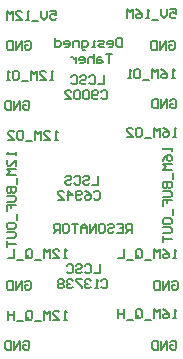
<source format=gbo>
G04*
G04 #@! TF.GenerationSoftware,Altium Limited,Altium Designer,22.9.1 (49)*
G04*
G04 Layer_Color=32896*
%FSLAX44Y44*%
%MOMM*%
G71*
G04*
G04 #@! TF.SameCoordinates,E5F82799-094A-4641-A06E-9C292172CD6F*
G04*
G04*
G04 #@! TF.FilePolarity,Positive*
G04*
G01*
G75*
%ADD13C,0.1524*%
%ADD14C,0.1270*%
D13*
X114048Y231392D02*
X115317Y232661D01*
X117856D01*
X119126Y231392D01*
Y226314D01*
X117856Y225044D01*
X115317D01*
X114048Y226314D01*
X111509D02*
X110239Y225044D01*
X107700D01*
X106430Y226314D01*
Y231392D01*
X107700Y232661D01*
X110239D01*
X111509Y231392D01*
Y230122D01*
X110239Y228853D01*
X106430D01*
X103891Y231392D02*
X102621Y232661D01*
X100082D01*
X98813Y231392D01*
Y226314D01*
X100082Y225044D01*
X102621D01*
X103891Y226314D01*
Y231392D01*
X96273D02*
X95004Y232661D01*
X92465D01*
X91195Y231392D01*
Y226314D01*
X92465Y225044D01*
X95004D01*
X96273Y226314D01*
Y231392D01*
X83577Y225044D02*
X88656D01*
X83577Y230122D01*
Y231392D01*
X84847Y232661D01*
X87386D01*
X88656Y231392D01*
X116586Y245361D02*
Y237744D01*
X111508D01*
X103890Y244092D02*
X105160Y245361D01*
X107699D01*
X108968Y244092D01*
Y239014D01*
X107699Y237744D01*
X105160D01*
X103890Y239014D01*
X96273Y244092D02*
X97542Y245361D01*
X100081D01*
X101351Y244092D01*
Y242822D01*
X100081Y241553D01*
X97542D01*
X96273Y240283D01*
Y239014D01*
X97542Y237744D01*
X100081D01*
X101351Y239014D01*
X88655Y244092D02*
X89925Y245361D01*
X92464D01*
X93733Y244092D01*
Y239014D01*
X92464Y237744D01*
X89925D01*
X88655Y239014D01*
X112776Y85342D02*
Y77724D01*
X107698D01*
X100080Y84072D02*
X101350Y85342D01*
X103889D01*
X105159Y84072D01*
Y78994D01*
X103889Y77724D01*
X101350D01*
X100080Y78994D01*
X92463Y84072D02*
X93732Y85342D01*
X96271D01*
X97541Y84072D01*
Y82802D01*
X96271Y81533D01*
X93732D01*
X92463Y80263D01*
Y78994D01*
X93732Y77724D01*
X96271D01*
X97541Y78994D01*
X84845Y84072D02*
X86115Y85342D01*
X88654D01*
X89923Y84072D01*
Y78994D01*
X88654Y77724D01*
X86115D01*
X84845Y78994D01*
X107698Y146302D02*
X108967Y147571D01*
X111506D01*
X112776Y146302D01*
Y141224D01*
X111506Y139954D01*
X108967D01*
X107698Y141224D01*
X100080Y147571D02*
X102619Y146302D01*
X105159Y143763D01*
Y141224D01*
X103889Y139954D01*
X101350D01*
X100080Y141224D01*
Y142493D01*
X101350Y143763D01*
X105159D01*
X97541Y141224D02*
X96271Y139954D01*
X93732D01*
X92463Y141224D01*
Y146302D01*
X93732Y147571D01*
X96271D01*
X97541Y146302D01*
Y145032D01*
X96271Y143763D01*
X92463D01*
X86115Y139954D02*
Y147571D01*
X89923Y143763D01*
X84845D01*
X77228Y139954D02*
X82306D01*
X77228Y145032D01*
Y146302D01*
X78497Y147571D01*
X81036D01*
X82306Y146302D01*
X122936Y263141D02*
X117858D01*
X120397D01*
Y255524D01*
X114049Y260602D02*
X111510D01*
X110240Y259333D01*
Y255524D01*
X114049D01*
X115318Y256794D01*
X114049Y258063D01*
X110240D01*
X107701Y263141D02*
Y255524D01*
Y259333D01*
X106431Y260602D01*
X103892D01*
X102623Y259333D01*
Y255524D01*
X96275D02*
X98814D01*
X100083Y256794D01*
Y259333D01*
X98814Y260602D01*
X96275D01*
X95005Y259333D01*
Y258063D01*
X100083D01*
X92466Y260602D02*
Y255524D01*
Y258063D01*
X91196Y259333D01*
X89927Y260602D01*
X88657D01*
X131826Y277111D02*
Y269493D01*
X128017D01*
X126748Y270763D01*
Y275841D01*
X128017Y277111D01*
X131826D01*
X120400Y269493D02*
X122939D01*
X124208Y270763D01*
Y273302D01*
X122939Y274571D01*
X120400D01*
X119130Y273302D01*
Y272032D01*
X124208D01*
X116591Y269493D02*
X112782D01*
X111513Y270763D01*
X112782Y272032D01*
X115321D01*
X116591Y273302D01*
X115321Y274571D01*
X111513D01*
X108973Y269493D02*
X106434D01*
X107704D01*
Y274571D01*
X108973D01*
X100086Y266954D02*
X98817D01*
X97547Y268224D01*
Y274571D01*
X101356D01*
X102625Y273302D01*
Y270763D01*
X101356Y269493D01*
X97547D01*
X95008D02*
Y274571D01*
X91199D01*
X89930Y273302D01*
Y269493D01*
X83582D02*
X86121D01*
X87390Y270763D01*
Y273302D01*
X86121Y274571D01*
X83582D01*
X82312Y273302D01*
Y272032D01*
X87390D01*
X74694Y277111D02*
Y269493D01*
X78503D01*
X79773Y270763D01*
Y273302D01*
X78503Y274571D01*
X74694D01*
X114048Y71372D02*
X115317Y72642D01*
X117856D01*
X119126Y71372D01*
Y66294D01*
X117856Y65024D01*
X115317D01*
X114048Y66294D01*
X111509Y65024D02*
X108969D01*
X110239D01*
Y72642D01*
X111509Y71372D01*
X105161D02*
X103891Y72642D01*
X101352D01*
X100082Y71372D01*
Y70102D01*
X101352Y68833D01*
X102621D01*
X101352D01*
X100082Y67563D01*
Y66294D01*
X101352Y65024D01*
X103891D01*
X105161Y66294D01*
X97543Y72642D02*
X92465D01*
Y71372D01*
X97543Y66294D01*
Y65024D01*
X89925Y71372D02*
X88656Y72642D01*
X86117D01*
X84847Y71372D01*
Y70102D01*
X86117Y68833D01*
X87386D01*
X86117D01*
X84847Y67563D01*
Y66294D01*
X86117Y65024D01*
X88656D01*
X89925Y66294D01*
X82308Y71372D02*
X81038Y72642D01*
X78499D01*
X77230Y71372D01*
Y70102D01*
X78499Y68833D01*
X77230Y67563D01*
Y66294D01*
X78499Y65024D01*
X81038D01*
X82308Y66294D01*
Y67563D01*
X81038Y68833D01*
X82308Y70102D01*
Y71372D01*
X81038Y68833D02*
X78499D01*
X111506Y160271D02*
Y152654D01*
X106428D01*
X98810Y159002D02*
X100080Y160271D01*
X102619D01*
X103889Y159002D01*
Y157732D01*
X102619Y156463D01*
X100080D01*
X98810Y155193D01*
Y153924D01*
X100080Y152654D01*
X102619D01*
X103889Y153924D01*
X91193Y159002D02*
X92462Y160271D01*
X95001D01*
X96271Y159002D01*
Y153924D01*
X95001Y152654D01*
X92462D01*
X91193Y153924D01*
X83575Y159002D02*
X84845Y160271D01*
X87384D01*
X88653Y159002D01*
Y157732D01*
X87384Y156463D01*
X84845D01*
X83575Y155193D01*
Y153924D01*
X84845Y152654D01*
X87384D01*
X88653Y153924D01*
X172468Y301241D02*
X177546D01*
Y297432D01*
X175007Y298702D01*
X173737D01*
X172468Y297432D01*
Y294893D01*
X173737Y293624D01*
X176276D01*
X177546Y294893D01*
X169928Y301241D02*
Y296163D01*
X167389Y293624D01*
X164850Y296163D01*
Y301241D01*
X162311Y292354D02*
X157233D01*
X154693Y293624D02*
X152154D01*
X153424D01*
Y301241D01*
X154693Y299972D01*
X143267Y301241D02*
X145806Y299972D01*
X148345Y297432D01*
Y294893D01*
X147076Y293624D01*
X144537D01*
X143267Y294893D01*
Y296163D01*
X144537Y297432D01*
X148345D01*
X140728Y293624D02*
Y301241D01*
X138189Y298702D01*
X135650Y301241D01*
Y293624D01*
X171198Y273302D02*
X172467Y274571D01*
X175006D01*
X176276Y273302D01*
Y268224D01*
X175006Y266954D01*
X172467D01*
X171198Y268224D01*
Y270763D01*
X173737D01*
X168659Y266954D02*
Y274571D01*
X163580Y266954D01*
Y274571D01*
X161041D02*
Y266954D01*
X157232D01*
X155963Y268224D01*
Y273302D01*
X157232Y274571D01*
X161041D01*
X176276Y242824D02*
X173737D01*
X175006D01*
Y250441D01*
X176276Y249172D01*
X164850Y250441D02*
X167389Y249172D01*
X169928Y246632D01*
Y244093D01*
X168659Y242824D01*
X166119D01*
X164850Y244093D01*
Y245363D01*
X166119Y246632D01*
X169928D01*
X162311Y242824D02*
Y250441D01*
X159771Y247902D01*
X157232Y250441D01*
Y242824D01*
X154693Y241554D02*
X149615D01*
X143267Y250441D02*
X145806D01*
X147075Y249172D01*
Y244093D01*
X145806Y242824D01*
X143267D01*
X141997Y244093D01*
Y249172D01*
X143267Y250441D01*
X139458Y242824D02*
X136919D01*
X138188D01*
Y250441D01*
X139458Y249172D01*
X172468Y223772D02*
X173737Y225042D01*
X176276D01*
X177546Y223772D01*
Y218694D01*
X176276Y217424D01*
X173737D01*
X172468Y218694D01*
Y221233D01*
X175007D01*
X169928Y217424D02*
Y225042D01*
X164850Y217424D01*
Y225042D01*
X162311D02*
Y217424D01*
X158502D01*
X157233Y218694D01*
Y223772D01*
X158502Y225042D01*
X162311D01*
X177546Y193294D02*
X175007D01*
X176276D01*
Y200911D01*
X177546Y199641D01*
X166120Y200911D02*
X168659Y199641D01*
X171198Y197102D01*
Y194563D01*
X169928Y193294D01*
X167389D01*
X166120Y194563D01*
Y195833D01*
X167389Y197102D01*
X171198D01*
X163580Y193294D02*
Y200911D01*
X161041Y198372D01*
X158502Y200911D01*
Y193294D01*
X155963Y192024D02*
X150885D01*
X144537Y200911D02*
X147076D01*
X148345Y199641D01*
Y194563D01*
X147076Y193294D01*
X144537D01*
X143267Y194563D01*
Y199641D01*
X144537Y200911D01*
X135650Y193294D02*
X140728D01*
X135650Y198372D01*
Y199641D01*
X136919Y200911D01*
X139458D01*
X140728Y199641D01*
X173736Y183896D02*
Y181357D01*
Y182626D01*
X166119D01*
X167388Y183896D01*
X166119Y172470D02*
X167388Y175009D01*
X169928Y177548D01*
X172467D01*
X173736Y176278D01*
Y173739D01*
X172467Y172470D01*
X171197D01*
X169928Y173739D01*
Y177548D01*
X173736Y169930D02*
X166119D01*
X168658Y167391D01*
X166119Y164852D01*
X173736D01*
X175006Y162313D02*
Y157235D01*
X166119Y154695D02*
X173736D01*
Y150887D01*
X172467Y149617D01*
X171197D01*
X169928Y150887D01*
Y154695D01*
Y150887D01*
X168658Y149617D01*
X167388D01*
X166119Y150887D01*
Y154695D01*
Y147078D02*
X172467D01*
X173736Y145808D01*
Y143269D01*
X172467Y142000D01*
X166119D01*
Y134382D02*
Y139460D01*
X169928D01*
Y136921D01*
Y139460D01*
X173736D01*
X175006Y131843D02*
Y126764D01*
X166119Y120416D02*
Y122956D01*
X167388Y124225D01*
X172467D01*
X173736Y122956D01*
Y120416D01*
X172467Y119147D01*
X167388D01*
X166119Y120416D01*
Y116608D02*
X172467D01*
X173736Y115338D01*
Y112799D01*
X172467Y111529D01*
X166119D01*
Y108990D02*
Y103912D01*
Y106451D01*
X173736D01*
X177546Y90424D02*
X175007D01*
X176276D01*
Y98041D01*
X177546Y96771D01*
X166120Y98041D02*
X168659Y96771D01*
X171198Y94232D01*
Y91693D01*
X169928Y90424D01*
X167389D01*
X166120Y91693D01*
Y92963D01*
X167389Y94232D01*
X171198D01*
X163580Y90424D02*
Y98041D01*
X161041Y95502D01*
X158502Y98041D01*
Y90424D01*
X155963Y89154D02*
X150885D01*
X143267Y91693D02*
Y96771D01*
X144537Y98041D01*
X147076D01*
X148345Y96771D01*
Y91693D01*
X147076Y90424D01*
X144537D01*
X145806Y92963D02*
X143267Y90424D01*
X144537D02*
X143267Y91693D01*
X140728Y89154D02*
X135650D01*
X133110Y98041D02*
Y90424D01*
X128032D01*
X173738Y70102D02*
X175007Y71371D01*
X177546D01*
X178816Y70102D01*
Y65024D01*
X177546Y63754D01*
X175007D01*
X173738Y65024D01*
Y67563D01*
X176277D01*
X171199Y63754D02*
Y71371D01*
X166120Y63754D01*
Y71371D01*
X163581D02*
Y63754D01*
X159772D01*
X158503Y65024D01*
Y70102D01*
X159772Y71371D01*
X163581D01*
X177546Y39624D02*
X175007D01*
X176276D01*
Y47241D01*
X177546Y45971D01*
X166120Y47241D02*
X168659Y45971D01*
X171198Y43432D01*
Y40893D01*
X169928Y39624D01*
X167389D01*
X166120Y40893D01*
Y42163D01*
X167389Y43432D01*
X171198D01*
X163580Y39624D02*
Y47241D01*
X161041Y44702D01*
X158502Y47241D01*
Y39624D01*
X155963Y38354D02*
X150885D01*
X143267Y40893D02*
Y45971D01*
X144537Y47241D01*
X147076D01*
X148345Y45971D01*
Y40893D01*
X147076Y39624D01*
X144537D01*
X145806Y42163D02*
X143267Y39624D01*
X144537D02*
X143267Y40893D01*
X140728Y38354D02*
X135650D01*
X133110Y47241D02*
Y39624D01*
Y43432D01*
X128032D01*
Y47241D01*
Y39624D01*
X172468Y19302D02*
X173737Y20571D01*
X176276D01*
X177546Y19302D01*
Y14224D01*
X176276Y12954D01*
X173737D01*
X172468Y14224D01*
Y16763D01*
X175007D01*
X169928Y12954D02*
Y20571D01*
X164850Y12954D01*
Y20571D01*
X162311D02*
Y12954D01*
X158502D01*
X157233Y14224D01*
Y19302D01*
X158502Y20571D01*
X162311D01*
X70868Y299971D02*
X75946D01*
Y296162D01*
X73407Y297432D01*
X72137D01*
X70868Y296162D01*
Y293623D01*
X72137Y292354D01*
X74676D01*
X75946Y293623D01*
X68328Y299971D02*
Y294893D01*
X65789Y292354D01*
X63250Y294893D01*
Y299971D01*
X60711Y291084D02*
X55633D01*
X53093Y292354D02*
X50554D01*
X51824D01*
Y299971D01*
X53093Y298701D01*
X41667Y292354D02*
X46745D01*
X41667Y297432D01*
Y298701D01*
X42937Y299971D01*
X45476D01*
X46745Y298701D01*
X39128Y292354D02*
Y299971D01*
X36589Y297432D01*
X34050Y299971D01*
Y292354D01*
X49278Y273302D02*
X50547Y274571D01*
X53086D01*
X54356Y273302D01*
Y268224D01*
X53086Y266954D01*
X50547D01*
X49278Y268224D01*
Y270763D01*
X51817D01*
X46739Y266954D02*
Y274571D01*
X41660Y266954D01*
Y274571D01*
X39121D02*
Y266954D01*
X35312D01*
X34043Y268224D01*
Y273302D01*
X35312Y274571D01*
X39121D01*
X73406Y241554D02*
X70867D01*
X72136D01*
Y249171D01*
X73406Y247901D01*
X61980Y241554D02*
X67058D01*
X61980Y246632D01*
Y247901D01*
X63249Y249171D01*
X65788D01*
X67058Y247901D01*
X59440Y241554D02*
Y249171D01*
X56901Y246632D01*
X54362Y249171D01*
Y241554D01*
X51823Y240284D02*
X46745D01*
X40397Y249171D02*
X42936D01*
X44205Y247901D01*
Y242823D01*
X42936Y241554D01*
X40397D01*
X39127Y242823D01*
Y247901D01*
X40397Y249171D01*
X36588Y241554D02*
X34049D01*
X35318D01*
Y249171D01*
X36588Y247901D01*
X48008Y222502D02*
X49277Y223771D01*
X51816D01*
X53086Y222502D01*
Y217424D01*
X51816Y216154D01*
X49277D01*
X48008Y217424D01*
Y219963D01*
X50547D01*
X45469Y216154D02*
Y223771D01*
X40390Y216154D01*
Y223771D01*
X37851D02*
Y216154D01*
X34042D01*
X32773Y217424D01*
Y222502D01*
X34042Y223771D01*
X37851D01*
X77216Y190754D02*
X74677D01*
X75946D01*
Y198371D01*
X77216Y197101D01*
X65790Y190754D02*
X70868D01*
X65790Y195832D01*
Y197101D01*
X67059Y198371D01*
X69598D01*
X70868Y197101D01*
X63250Y190754D02*
Y198371D01*
X60711Y195832D01*
X58172Y198371D01*
Y190754D01*
X55633Y189484D02*
X50555D01*
X44207Y198371D02*
X46746D01*
X48015Y197101D01*
Y192023D01*
X46746Y190754D01*
X44207D01*
X42937Y192023D01*
Y197101D01*
X44207Y198371D01*
X35320Y190754D02*
X40398D01*
X35320Y195832D01*
Y197101D01*
X36589Y198371D01*
X39128D01*
X40398Y197101D01*
X41656Y180086D02*
Y177547D01*
Y178816D01*
X34039D01*
X35308Y180086D01*
X41656Y168660D02*
Y173738D01*
X36578Y168660D01*
X35308D01*
X34039Y169929D01*
Y172468D01*
X35308Y173738D01*
X41656Y166120D02*
X34039D01*
X36578Y163581D01*
X34039Y161042D01*
X41656D01*
X42926Y158503D02*
Y153425D01*
X34039Y150885D02*
X41656D01*
Y147077D01*
X40387Y145807D01*
X39117D01*
X37848Y147077D01*
Y150885D01*
Y147077D01*
X36578Y145807D01*
X35308D01*
X34039Y147077D01*
Y150885D01*
Y143268D02*
X40387D01*
X41656Y141998D01*
Y139459D01*
X40387Y138190D01*
X34039D01*
Y130572D02*
Y135650D01*
X37848D01*
Y133111D01*
Y135650D01*
X41656D01*
X42926Y128033D02*
Y122955D01*
X34039Y116607D02*
Y119146D01*
X35308Y120415D01*
X40387D01*
X41656Y119146D01*
Y116607D01*
X40387Y115337D01*
X35308D01*
X34039Y116607D01*
Y112798D02*
X40387D01*
X41656Y111528D01*
Y108989D01*
X40387Y107719D01*
X34039D01*
Y105180D02*
Y100102D01*
Y102641D01*
X41656D01*
X84836Y90424D02*
X82297D01*
X83566D01*
Y98041D01*
X84836Y96771D01*
X73410Y90424D02*
X78488D01*
X73410Y95502D01*
Y96771D01*
X74679Y98041D01*
X77218D01*
X78488Y96771D01*
X70870Y90424D02*
Y98041D01*
X68331Y95502D01*
X65792Y98041D01*
Y90424D01*
X63253Y89154D02*
X58175D01*
X50557Y91693D02*
Y96771D01*
X51827Y98041D01*
X54366D01*
X55635Y96771D01*
Y91693D01*
X54366Y90424D01*
X51827D01*
X53096Y92963D02*
X50557Y90424D01*
X51827D02*
X50557Y91693D01*
X48018Y89154D02*
X42940D01*
X40400Y98041D02*
Y90424D01*
X35322D01*
X49278Y70102D02*
X50547Y71371D01*
X53086D01*
X54356Y70102D01*
Y65024D01*
X53086Y63754D01*
X50547D01*
X49278Y65024D01*
Y67563D01*
X51817D01*
X46739Y63754D02*
Y71371D01*
X41660Y63754D01*
Y71371D01*
X39121D02*
Y63754D01*
X35312D01*
X34043Y65024D01*
Y70102D01*
X35312Y71371D01*
X39121D01*
X84836Y38354D02*
X82297D01*
X83566D01*
Y45971D01*
X84836Y44701D01*
X73410Y38354D02*
X78488D01*
X73410Y43432D01*
Y44701D01*
X74679Y45971D01*
X77218D01*
X78488Y44701D01*
X70870Y38354D02*
Y45971D01*
X68331Y43432D01*
X65792Y45971D01*
Y38354D01*
X63253Y37084D02*
X58175D01*
X50557Y39623D02*
Y44701D01*
X51827Y45971D01*
X54366D01*
X55635Y44701D01*
Y39623D01*
X54366Y38354D01*
X51827D01*
X53096Y40893D02*
X50557Y38354D01*
X51827D02*
X50557Y39623D01*
X48018Y37084D02*
X42940D01*
X40400Y45971D02*
Y38354D01*
Y42162D01*
X35322D01*
Y45971D01*
Y38354D01*
X48008Y19302D02*
X49277Y20571D01*
X51816D01*
X53086Y19302D01*
Y14224D01*
X51816Y12954D01*
X49277D01*
X48008Y14224D01*
Y16763D01*
X50547D01*
X45469Y12954D02*
Y20571D01*
X40390Y12954D01*
Y20571D01*
X37851D02*
Y12954D01*
X34042D01*
X32773Y14224D01*
Y19302D01*
X34042Y20571D01*
X37851D01*
D14*
X139700Y111760D02*
Y119377D01*
X135891D01*
X134622Y118108D01*
Y115569D01*
X135891Y114299D01*
X139700D01*
X137161D02*
X134622Y111760D01*
X127004Y119377D02*
X132083D01*
Y111760D01*
X127004D01*
X132083Y115569D02*
X129543D01*
X119387Y118108D02*
X120656Y119377D01*
X123195D01*
X124465Y118108D01*
Y116838D01*
X123195Y115569D01*
X120656D01*
X119387Y114299D01*
Y113030D01*
X120656Y111760D01*
X123195D01*
X124465Y113030D01*
X113039Y119377D02*
X115578D01*
X116847Y118108D01*
Y113030D01*
X115578Y111760D01*
X113039D01*
X111769Y113030D01*
Y118108D01*
X113039Y119377D01*
X109230Y111760D02*
Y119377D01*
X104151Y111760D01*
Y119377D01*
X101612Y111760D02*
Y116838D01*
X99073Y119377D01*
X96534Y116838D01*
Y111760D01*
Y115569D01*
X101612D01*
X93995Y119377D02*
X88916D01*
X91456D01*
Y111760D01*
X82569Y119377D02*
X85108D01*
X86377Y118108D01*
Y113030D01*
X85108Y111760D01*
X82569D01*
X81299Y113030D01*
Y118108D01*
X82569Y119377D01*
X78760Y111760D02*
Y119377D01*
X74951D01*
X73681Y118108D01*
Y115569D01*
X74951Y114299D01*
X78760D01*
X76220D02*
X73681Y111760D01*
M02*

</source>
